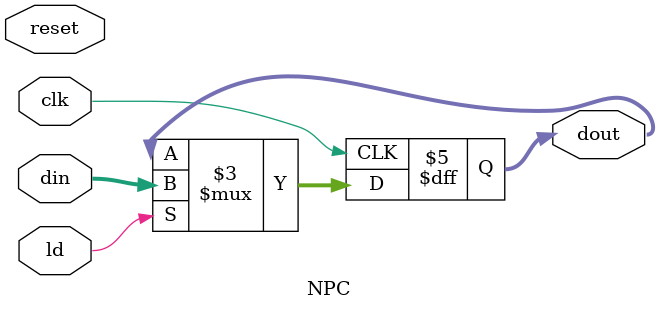
<source format=v>
module NPC (
input wire clk,reset,ld,
    input wire signed [31:0] din,
output reg signed [31:0] dout
);

    initial begin
            dout<=32'b0;
            end

always @(posedge clk)
    begin
       
         if(ld)
            dout<=din;
    end

endmodule
</source>
